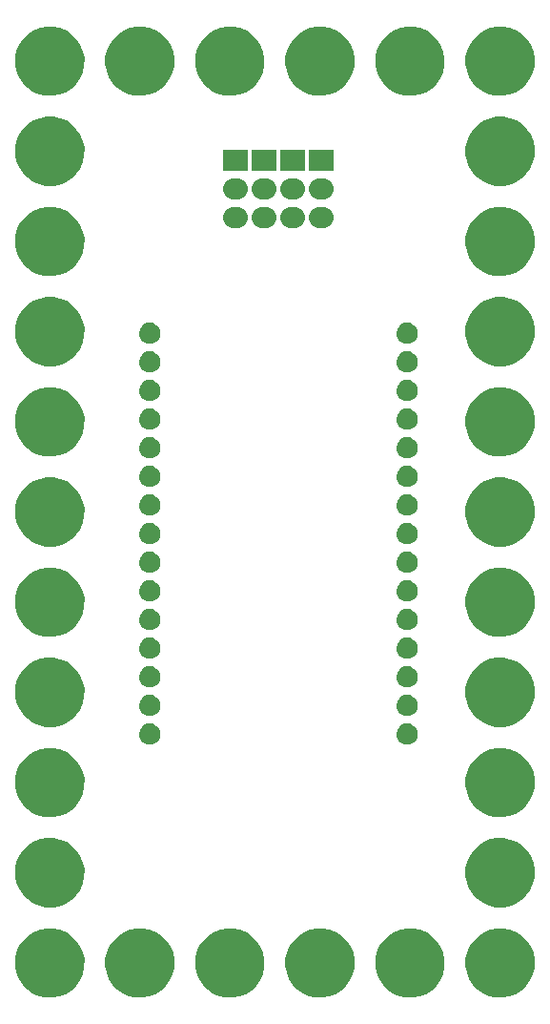
<source format=gbs>
%TF.GenerationSoftware,KiCad,Pcbnew,4.0.7-e2-6376~58~ubuntu16.04.1*%
%TF.CreationDate,2018-07-18T10:10:47-07:00*%
%TF.ProjectId,6x11-NodeMCU-V2-Breakout,367831312D4E6F64654D43552D56322D,1.0*%
%TF.FileFunction,Soldermask,Bot*%
%FSLAX46Y46*%
G04 Gerber Fmt 4.6, Leading zero omitted, Abs format (unit mm)*
G04 Created by KiCad (PCBNEW 4.0.7-e2-6376~58~ubuntu16.04.1) date Wed Jul 18 10:10:47 2018*
%MOMM*%
%LPD*%
G01*
G04 APERTURE LIST*
%ADD10C,0.350000*%
G04 APERTURE END LIST*
D10*
G36*
X42264510Y-102427447D02*
X42855455Y-102548751D01*
X43411598Y-102782532D01*
X43911734Y-103119878D01*
X44336821Y-103547943D01*
X44670666Y-104050421D01*
X44900556Y-104608176D01*
X45017664Y-105199614D01*
X45017664Y-105199624D01*
X45017731Y-105199963D01*
X45008110Y-105889016D01*
X45008033Y-105889354D01*
X45008033Y-105889362D01*
X44874457Y-106477301D01*
X44629085Y-107028416D01*
X44281337Y-107521378D01*
X43844462Y-107937409D01*
X43335100Y-108260661D01*
X42772654Y-108478819D01*
X42178547Y-108583576D01*
X41575403Y-108570942D01*
X40986200Y-108441397D01*
X40433382Y-108199877D01*
X39938007Y-107855582D01*
X39518937Y-107421623D01*
X39192138Y-106914530D01*
X38970056Y-106353614D01*
X38861155Y-105760258D01*
X38869577Y-105157041D01*
X38995006Y-104566947D01*
X39232659Y-104012458D01*
X39573491Y-103514688D01*
X40004512Y-103092600D01*
X40509313Y-102762268D01*
X41068659Y-102536277D01*
X41661245Y-102423236D01*
X42264510Y-102427447D01*
X42264510Y-102427447D01*
G37*
G36*
X50264510Y-102427447D02*
X50855455Y-102548751D01*
X51411598Y-102782532D01*
X51911734Y-103119878D01*
X52336821Y-103547943D01*
X52670666Y-104050421D01*
X52900556Y-104608176D01*
X53017664Y-105199614D01*
X53017664Y-105199624D01*
X53017731Y-105199963D01*
X53008110Y-105889016D01*
X53008033Y-105889354D01*
X53008033Y-105889362D01*
X52874457Y-106477301D01*
X52629085Y-107028416D01*
X52281337Y-107521378D01*
X51844462Y-107937409D01*
X51335100Y-108260661D01*
X50772654Y-108478819D01*
X50178547Y-108583576D01*
X49575403Y-108570942D01*
X48986200Y-108441397D01*
X48433382Y-108199877D01*
X47938007Y-107855582D01*
X47518937Y-107421623D01*
X47192138Y-106914530D01*
X46970056Y-106353614D01*
X46861155Y-105760258D01*
X46869577Y-105157041D01*
X46995006Y-104566947D01*
X47232659Y-104012458D01*
X47573491Y-103514688D01*
X48004512Y-103092600D01*
X48509313Y-102762268D01*
X49068659Y-102536277D01*
X49661245Y-102423236D01*
X50264510Y-102427447D01*
X50264510Y-102427447D01*
G37*
G36*
X66264510Y-102427447D02*
X66855455Y-102548751D01*
X67411598Y-102782532D01*
X67911734Y-103119878D01*
X68336821Y-103547943D01*
X68670666Y-104050421D01*
X68900556Y-104608176D01*
X69017664Y-105199614D01*
X69017664Y-105199624D01*
X69017731Y-105199963D01*
X69008110Y-105889016D01*
X69008033Y-105889354D01*
X69008033Y-105889362D01*
X68874457Y-106477301D01*
X68629085Y-107028416D01*
X68281337Y-107521378D01*
X67844462Y-107937409D01*
X67335100Y-108260661D01*
X66772654Y-108478819D01*
X66178547Y-108583576D01*
X65575403Y-108570942D01*
X64986200Y-108441397D01*
X64433382Y-108199877D01*
X63938007Y-107855582D01*
X63518937Y-107421623D01*
X63192138Y-106914530D01*
X62970056Y-106353614D01*
X62861155Y-105760258D01*
X62869577Y-105157041D01*
X62995006Y-104566947D01*
X63232659Y-104012458D01*
X63573491Y-103514688D01*
X64004512Y-103092600D01*
X64509313Y-102762268D01*
X65068659Y-102536277D01*
X65661245Y-102423236D01*
X66264510Y-102427447D01*
X66264510Y-102427447D01*
G37*
G36*
X58264510Y-102427447D02*
X58855455Y-102548751D01*
X59411598Y-102782532D01*
X59911734Y-103119878D01*
X60336821Y-103547943D01*
X60670666Y-104050421D01*
X60900556Y-104608176D01*
X61017664Y-105199614D01*
X61017664Y-105199624D01*
X61017731Y-105199963D01*
X61008110Y-105889016D01*
X61008033Y-105889354D01*
X61008033Y-105889362D01*
X60874457Y-106477301D01*
X60629085Y-107028416D01*
X60281337Y-107521378D01*
X59844462Y-107937409D01*
X59335100Y-108260661D01*
X58772654Y-108478819D01*
X58178547Y-108583576D01*
X57575403Y-108570942D01*
X56986200Y-108441397D01*
X56433382Y-108199877D01*
X55938007Y-107855582D01*
X55518937Y-107421623D01*
X55192138Y-106914530D01*
X54970056Y-106353614D01*
X54861155Y-105760258D01*
X54869577Y-105157041D01*
X54995006Y-104566947D01*
X55232659Y-104012458D01*
X55573491Y-103514688D01*
X56004512Y-103092600D01*
X56509313Y-102762268D01*
X57068659Y-102536277D01*
X57661245Y-102423236D01*
X58264510Y-102427447D01*
X58264510Y-102427447D01*
G37*
G36*
X82263510Y-102427447D02*
X82854455Y-102548751D01*
X83410598Y-102782532D01*
X83910734Y-103119878D01*
X84335821Y-103547943D01*
X84669666Y-104050421D01*
X84899556Y-104608176D01*
X85016664Y-105199614D01*
X85016664Y-105199624D01*
X85016731Y-105199963D01*
X85007110Y-105889016D01*
X85007033Y-105889354D01*
X85007033Y-105889362D01*
X84873457Y-106477301D01*
X84628085Y-107028416D01*
X84280337Y-107521378D01*
X83843462Y-107937409D01*
X83334100Y-108260661D01*
X82771654Y-108478819D01*
X82177547Y-108583576D01*
X81574403Y-108570942D01*
X80985200Y-108441397D01*
X80432382Y-108199877D01*
X79937007Y-107855582D01*
X79517937Y-107421623D01*
X79191138Y-106914530D01*
X78969056Y-106353614D01*
X78860155Y-105760258D01*
X78868577Y-105157041D01*
X78994006Y-104566947D01*
X79231659Y-104012458D01*
X79572491Y-103514688D01*
X80003512Y-103092600D01*
X80508313Y-102762268D01*
X81067659Y-102536277D01*
X81660245Y-102423236D01*
X82263510Y-102427447D01*
X82263510Y-102427447D01*
G37*
G36*
X74264510Y-102427447D02*
X74855455Y-102548751D01*
X75411598Y-102782532D01*
X75911734Y-103119878D01*
X76336821Y-103547943D01*
X76670666Y-104050421D01*
X76900556Y-104608176D01*
X77017664Y-105199614D01*
X77017664Y-105199624D01*
X77017731Y-105199963D01*
X77008110Y-105889016D01*
X77008033Y-105889354D01*
X77008033Y-105889362D01*
X76874457Y-106477301D01*
X76629085Y-107028416D01*
X76281337Y-107521378D01*
X75844462Y-107937409D01*
X75335100Y-108260661D01*
X74772654Y-108478819D01*
X74178547Y-108583576D01*
X73575403Y-108570942D01*
X72986200Y-108441397D01*
X72433382Y-108199877D01*
X71938007Y-107855582D01*
X71518937Y-107421623D01*
X71192138Y-106914530D01*
X70970056Y-106353614D01*
X70861155Y-105760258D01*
X70869577Y-105157041D01*
X70995006Y-104566947D01*
X71232659Y-104012458D01*
X71573491Y-103514688D01*
X72004512Y-103092600D01*
X72509313Y-102762268D01*
X73068659Y-102536277D01*
X73661245Y-102423236D01*
X74264510Y-102427447D01*
X74264510Y-102427447D01*
G37*
G36*
X42264510Y-94427447D02*
X42855455Y-94548751D01*
X43411598Y-94782532D01*
X43911734Y-95119878D01*
X44336821Y-95547943D01*
X44670666Y-96050421D01*
X44900556Y-96608176D01*
X45017664Y-97199614D01*
X45017664Y-97199624D01*
X45017731Y-97199963D01*
X45008110Y-97889016D01*
X45008033Y-97889354D01*
X45008033Y-97889362D01*
X44874457Y-98477301D01*
X44629085Y-99028416D01*
X44281337Y-99521378D01*
X43844462Y-99937409D01*
X43335100Y-100260661D01*
X42772654Y-100478819D01*
X42178547Y-100583576D01*
X41575403Y-100570942D01*
X40986200Y-100441397D01*
X40433382Y-100199877D01*
X39938007Y-99855582D01*
X39518937Y-99421623D01*
X39192138Y-98914530D01*
X38970056Y-98353614D01*
X38861155Y-97760258D01*
X38869577Y-97157041D01*
X38995006Y-96566947D01*
X39232659Y-96012458D01*
X39573491Y-95514688D01*
X40004512Y-95092600D01*
X40509313Y-94762268D01*
X41068659Y-94536277D01*
X41661245Y-94423236D01*
X42264510Y-94427447D01*
X42264510Y-94427447D01*
G37*
G36*
X82264510Y-94427447D02*
X82855455Y-94548751D01*
X83411598Y-94782532D01*
X83911734Y-95119878D01*
X84336821Y-95547943D01*
X84670666Y-96050421D01*
X84900556Y-96608176D01*
X85017664Y-97199614D01*
X85017664Y-97199624D01*
X85017731Y-97199963D01*
X85008110Y-97889016D01*
X85008033Y-97889354D01*
X85008033Y-97889362D01*
X84874457Y-98477301D01*
X84629085Y-99028416D01*
X84281337Y-99521378D01*
X83844462Y-99937409D01*
X83335100Y-100260661D01*
X82772654Y-100478819D01*
X82178547Y-100583576D01*
X81575403Y-100570942D01*
X80986200Y-100441397D01*
X80433382Y-100199877D01*
X79938007Y-99855582D01*
X79518937Y-99421623D01*
X79192138Y-98914530D01*
X78970056Y-98353614D01*
X78861155Y-97760258D01*
X78869577Y-97157041D01*
X78995006Y-96566947D01*
X79232659Y-96012458D01*
X79573491Y-95514688D01*
X80004512Y-95092600D01*
X80509313Y-94762268D01*
X81068659Y-94536277D01*
X81661245Y-94423236D01*
X82264510Y-94427447D01*
X82264510Y-94427447D01*
G37*
G36*
X42264510Y-86427447D02*
X42855455Y-86548751D01*
X43411598Y-86782532D01*
X43911734Y-87119878D01*
X44336821Y-87547943D01*
X44670666Y-88050421D01*
X44900556Y-88608176D01*
X45017664Y-89199614D01*
X45017664Y-89199624D01*
X45017731Y-89199963D01*
X45008110Y-89889016D01*
X45008033Y-89889354D01*
X45008033Y-89889362D01*
X44874457Y-90477301D01*
X44629085Y-91028416D01*
X44281337Y-91521378D01*
X43844462Y-91937409D01*
X43335100Y-92260661D01*
X42772654Y-92478819D01*
X42178547Y-92583576D01*
X41575403Y-92570942D01*
X40986200Y-92441397D01*
X40433382Y-92199877D01*
X39938007Y-91855582D01*
X39518937Y-91421623D01*
X39192138Y-90914530D01*
X38970056Y-90353614D01*
X38861155Y-89760258D01*
X38869577Y-89157041D01*
X38995006Y-88566947D01*
X39232659Y-88012458D01*
X39573491Y-87514688D01*
X40004512Y-87092600D01*
X40509313Y-86762268D01*
X41068659Y-86536277D01*
X41661245Y-86423236D01*
X42264510Y-86427447D01*
X42264510Y-86427447D01*
G37*
G36*
X82264510Y-86427447D02*
X82855455Y-86548751D01*
X83411598Y-86782532D01*
X83911734Y-87119878D01*
X84336821Y-87547943D01*
X84670666Y-88050421D01*
X84900556Y-88608176D01*
X85017664Y-89199614D01*
X85017664Y-89199624D01*
X85017731Y-89199963D01*
X85008110Y-89889016D01*
X85008033Y-89889354D01*
X85008033Y-89889362D01*
X84874457Y-90477301D01*
X84629085Y-91028416D01*
X84281337Y-91521378D01*
X83844462Y-91937409D01*
X83335100Y-92260661D01*
X82772654Y-92478819D01*
X82178547Y-92583576D01*
X81575403Y-92570942D01*
X80986200Y-92441397D01*
X80433382Y-92199877D01*
X79938007Y-91855582D01*
X79518937Y-91421623D01*
X79192138Y-90914530D01*
X78970056Y-90353614D01*
X78861155Y-89760258D01*
X78869577Y-89157041D01*
X78995006Y-88566947D01*
X79232659Y-88012458D01*
X79573491Y-87514688D01*
X80004512Y-87092600D01*
X80509313Y-86762268D01*
X81068659Y-86536277D01*
X81661245Y-86423236D01*
X82264510Y-86427447D01*
X82264510Y-86427447D01*
G37*
G36*
X50930115Y-84252424D02*
X51110648Y-84289483D01*
X51280558Y-84360906D01*
X51433349Y-84463966D01*
X51563221Y-84594746D01*
X51665210Y-84748253D01*
X51735443Y-84918651D01*
X51771172Y-85099099D01*
X51771172Y-85099104D01*
X51771240Y-85099448D01*
X51768301Y-85309958D01*
X51768224Y-85310296D01*
X51768224Y-85310306D01*
X51727470Y-85489686D01*
X51652508Y-85658052D01*
X51546268Y-85808656D01*
X51412799Y-85935757D01*
X51257184Y-86034514D01*
X51085354Y-86101162D01*
X50903852Y-86133166D01*
X50719586Y-86129306D01*
X50539579Y-86089729D01*
X50370688Y-86015943D01*
X50219350Y-85910760D01*
X50091321Y-85778182D01*
X49991481Y-85623261D01*
X49923632Y-85451893D01*
X49890363Y-85270623D01*
X49892935Y-85086336D01*
X49931256Y-84906056D01*
X50003859Y-84736657D01*
X50107987Y-84584584D01*
X50239666Y-84455633D01*
X50393887Y-84354714D01*
X50564772Y-84285672D01*
X50745809Y-84251138D01*
X50930115Y-84252424D01*
X50930115Y-84252424D01*
G37*
G36*
X73790115Y-84252424D02*
X73970648Y-84289483D01*
X74140558Y-84360906D01*
X74293349Y-84463966D01*
X74423221Y-84594746D01*
X74525210Y-84748253D01*
X74595443Y-84918651D01*
X74631172Y-85099099D01*
X74631172Y-85099104D01*
X74631240Y-85099448D01*
X74628301Y-85309958D01*
X74628224Y-85310296D01*
X74628224Y-85310306D01*
X74587470Y-85489686D01*
X74512508Y-85658052D01*
X74406268Y-85808656D01*
X74272799Y-85935757D01*
X74117184Y-86034514D01*
X73945354Y-86101162D01*
X73763852Y-86133166D01*
X73579586Y-86129306D01*
X73399579Y-86089729D01*
X73230688Y-86015943D01*
X73079350Y-85910760D01*
X72951321Y-85778182D01*
X72851481Y-85623261D01*
X72783632Y-85451893D01*
X72750363Y-85270623D01*
X72752935Y-85086336D01*
X72791256Y-84906056D01*
X72863859Y-84736657D01*
X72967987Y-84584584D01*
X73099666Y-84455633D01*
X73253887Y-84354714D01*
X73424772Y-84285672D01*
X73605809Y-84251138D01*
X73790115Y-84252424D01*
X73790115Y-84252424D01*
G37*
G36*
X82264510Y-78427447D02*
X82855455Y-78548751D01*
X83411598Y-78782532D01*
X83911734Y-79119878D01*
X84336821Y-79547943D01*
X84670666Y-80050421D01*
X84900556Y-80608176D01*
X85017664Y-81199614D01*
X85017664Y-81199624D01*
X85017731Y-81199963D01*
X85008110Y-81889016D01*
X85008033Y-81889354D01*
X85008033Y-81889362D01*
X84874457Y-82477301D01*
X84629085Y-83028416D01*
X84281337Y-83521378D01*
X83844462Y-83937409D01*
X83335100Y-84260661D01*
X82772654Y-84478819D01*
X82178547Y-84583576D01*
X81575403Y-84570942D01*
X80986200Y-84441397D01*
X80433382Y-84199877D01*
X79938007Y-83855582D01*
X79518937Y-83421623D01*
X79192138Y-82914530D01*
X78970056Y-82353614D01*
X78861155Y-81760258D01*
X78869577Y-81157041D01*
X78995006Y-80566947D01*
X79232659Y-80012458D01*
X79573491Y-79514688D01*
X80004512Y-79092600D01*
X80509313Y-78762268D01*
X81068659Y-78536277D01*
X81661245Y-78423236D01*
X82264510Y-78427447D01*
X82264510Y-78427447D01*
G37*
G36*
X42264510Y-78427447D02*
X42855455Y-78548751D01*
X43411598Y-78782532D01*
X43911734Y-79119878D01*
X44336821Y-79547943D01*
X44670666Y-80050421D01*
X44900556Y-80608176D01*
X45017664Y-81199614D01*
X45017664Y-81199624D01*
X45017731Y-81199963D01*
X45008110Y-81889016D01*
X45008033Y-81889354D01*
X45008033Y-81889362D01*
X44874457Y-82477301D01*
X44629085Y-83028416D01*
X44281337Y-83521378D01*
X43844462Y-83937409D01*
X43335100Y-84260661D01*
X42772654Y-84478819D01*
X42178547Y-84583576D01*
X41575403Y-84570942D01*
X40986200Y-84441397D01*
X40433382Y-84199877D01*
X39938007Y-83855582D01*
X39518937Y-83421623D01*
X39192138Y-82914530D01*
X38970056Y-82353614D01*
X38861155Y-81760258D01*
X38869577Y-81157041D01*
X38995006Y-80566947D01*
X39232659Y-80012458D01*
X39573491Y-79514688D01*
X40004512Y-79092600D01*
X40509313Y-78762268D01*
X41068659Y-78536277D01*
X41661245Y-78423236D01*
X42264510Y-78427447D01*
X42264510Y-78427447D01*
G37*
G36*
X50930115Y-81712424D02*
X51110648Y-81749483D01*
X51280558Y-81820906D01*
X51433349Y-81923966D01*
X51563221Y-82054746D01*
X51665210Y-82208253D01*
X51735443Y-82378651D01*
X51771172Y-82559099D01*
X51771172Y-82559104D01*
X51771240Y-82559448D01*
X51768301Y-82769958D01*
X51768224Y-82770296D01*
X51768224Y-82770306D01*
X51727470Y-82949686D01*
X51652508Y-83118052D01*
X51546268Y-83268656D01*
X51412799Y-83395757D01*
X51257184Y-83494514D01*
X51085354Y-83561162D01*
X50903852Y-83593166D01*
X50719586Y-83589306D01*
X50539579Y-83549729D01*
X50370688Y-83475943D01*
X50219350Y-83370760D01*
X50091321Y-83238182D01*
X49991481Y-83083261D01*
X49923632Y-82911893D01*
X49890363Y-82730623D01*
X49892935Y-82546336D01*
X49931256Y-82366056D01*
X50003859Y-82196657D01*
X50107987Y-82044584D01*
X50239666Y-81915633D01*
X50393887Y-81814714D01*
X50564772Y-81745672D01*
X50745809Y-81711138D01*
X50930115Y-81712424D01*
X50930115Y-81712424D01*
G37*
G36*
X73790115Y-81712424D02*
X73970648Y-81749483D01*
X74140558Y-81820906D01*
X74293349Y-81923966D01*
X74423221Y-82054746D01*
X74525210Y-82208253D01*
X74595443Y-82378651D01*
X74631172Y-82559099D01*
X74631172Y-82559104D01*
X74631240Y-82559448D01*
X74628301Y-82769958D01*
X74628224Y-82770296D01*
X74628224Y-82770306D01*
X74587470Y-82949686D01*
X74512508Y-83118052D01*
X74406268Y-83268656D01*
X74272799Y-83395757D01*
X74117184Y-83494514D01*
X73945354Y-83561162D01*
X73763852Y-83593166D01*
X73579586Y-83589306D01*
X73399579Y-83549729D01*
X73230688Y-83475943D01*
X73079350Y-83370760D01*
X72951321Y-83238182D01*
X72851481Y-83083261D01*
X72783632Y-82911893D01*
X72750363Y-82730623D01*
X72752935Y-82546336D01*
X72791256Y-82366056D01*
X72863859Y-82196657D01*
X72967987Y-82044584D01*
X73099666Y-81915633D01*
X73253887Y-81814714D01*
X73424772Y-81745672D01*
X73605809Y-81711138D01*
X73790115Y-81712424D01*
X73790115Y-81712424D01*
G37*
G36*
X50930115Y-79172424D02*
X51110648Y-79209483D01*
X51280558Y-79280906D01*
X51433349Y-79383966D01*
X51563221Y-79514746D01*
X51665210Y-79668253D01*
X51735443Y-79838651D01*
X51771172Y-80019099D01*
X51771172Y-80019104D01*
X51771240Y-80019448D01*
X51768301Y-80229958D01*
X51768224Y-80230296D01*
X51768224Y-80230306D01*
X51727470Y-80409686D01*
X51652508Y-80578052D01*
X51546268Y-80728656D01*
X51412799Y-80855757D01*
X51257184Y-80954514D01*
X51085354Y-81021162D01*
X50903852Y-81053166D01*
X50719586Y-81049306D01*
X50539579Y-81009729D01*
X50370688Y-80935943D01*
X50219350Y-80830760D01*
X50091321Y-80698182D01*
X49991481Y-80543261D01*
X49923632Y-80371893D01*
X49890363Y-80190623D01*
X49892935Y-80006336D01*
X49931256Y-79826056D01*
X50003859Y-79656657D01*
X50107987Y-79504584D01*
X50239666Y-79375633D01*
X50393887Y-79274714D01*
X50564772Y-79205672D01*
X50745809Y-79171138D01*
X50930115Y-79172424D01*
X50930115Y-79172424D01*
G37*
G36*
X73790115Y-79172424D02*
X73970648Y-79209483D01*
X74140558Y-79280906D01*
X74293349Y-79383966D01*
X74423221Y-79514746D01*
X74525210Y-79668253D01*
X74595443Y-79838651D01*
X74631172Y-80019099D01*
X74631172Y-80019104D01*
X74631240Y-80019448D01*
X74628301Y-80229958D01*
X74628224Y-80230296D01*
X74628224Y-80230306D01*
X74587470Y-80409686D01*
X74512508Y-80578052D01*
X74406268Y-80728656D01*
X74272799Y-80855757D01*
X74117184Y-80954514D01*
X73945354Y-81021162D01*
X73763852Y-81053166D01*
X73579586Y-81049306D01*
X73399579Y-81009729D01*
X73230688Y-80935943D01*
X73079350Y-80830760D01*
X72951321Y-80698182D01*
X72851481Y-80543261D01*
X72783632Y-80371893D01*
X72750363Y-80190623D01*
X72752935Y-80006336D01*
X72791256Y-79826056D01*
X72863859Y-79656657D01*
X72967987Y-79504584D01*
X73099666Y-79375633D01*
X73253887Y-79274714D01*
X73424772Y-79205672D01*
X73605809Y-79171138D01*
X73790115Y-79172424D01*
X73790115Y-79172424D01*
G37*
G36*
X50930115Y-76632424D02*
X51110648Y-76669483D01*
X51280558Y-76740906D01*
X51433349Y-76843966D01*
X51563221Y-76974746D01*
X51665210Y-77128253D01*
X51735443Y-77298651D01*
X51771172Y-77479099D01*
X51771172Y-77479104D01*
X51771240Y-77479448D01*
X51768301Y-77689958D01*
X51768224Y-77690296D01*
X51768224Y-77690306D01*
X51727470Y-77869686D01*
X51652508Y-78038052D01*
X51546268Y-78188656D01*
X51412799Y-78315757D01*
X51257184Y-78414514D01*
X51085354Y-78481162D01*
X50903852Y-78513166D01*
X50719586Y-78509306D01*
X50539579Y-78469729D01*
X50370688Y-78395943D01*
X50219350Y-78290760D01*
X50091321Y-78158182D01*
X49991481Y-78003261D01*
X49923632Y-77831893D01*
X49890363Y-77650623D01*
X49892935Y-77466336D01*
X49931256Y-77286056D01*
X50003859Y-77116657D01*
X50107987Y-76964584D01*
X50239666Y-76835633D01*
X50393887Y-76734714D01*
X50564772Y-76665672D01*
X50745809Y-76631138D01*
X50930115Y-76632424D01*
X50930115Y-76632424D01*
G37*
G36*
X73790115Y-76632424D02*
X73970648Y-76669483D01*
X74140558Y-76740906D01*
X74293349Y-76843966D01*
X74423221Y-76974746D01*
X74525210Y-77128253D01*
X74595443Y-77298651D01*
X74631172Y-77479099D01*
X74631172Y-77479104D01*
X74631240Y-77479448D01*
X74628301Y-77689958D01*
X74628224Y-77690296D01*
X74628224Y-77690306D01*
X74587470Y-77869686D01*
X74512508Y-78038052D01*
X74406268Y-78188656D01*
X74272799Y-78315757D01*
X74117184Y-78414514D01*
X73945354Y-78481162D01*
X73763852Y-78513166D01*
X73579586Y-78509306D01*
X73399579Y-78469729D01*
X73230688Y-78395943D01*
X73079350Y-78290760D01*
X72951321Y-78158182D01*
X72851481Y-78003261D01*
X72783632Y-77831893D01*
X72750363Y-77650623D01*
X72752935Y-77466336D01*
X72791256Y-77286056D01*
X72863859Y-77116657D01*
X72967987Y-76964584D01*
X73099666Y-76835633D01*
X73253887Y-76734714D01*
X73424772Y-76665672D01*
X73605809Y-76631138D01*
X73790115Y-76632424D01*
X73790115Y-76632424D01*
G37*
G36*
X82263510Y-70427447D02*
X82854455Y-70548751D01*
X83410598Y-70782532D01*
X83910734Y-71119878D01*
X84335821Y-71547943D01*
X84669666Y-72050421D01*
X84899556Y-72608176D01*
X85016664Y-73199614D01*
X85016664Y-73199624D01*
X85016731Y-73199963D01*
X85007110Y-73889016D01*
X85007033Y-73889354D01*
X85007033Y-73889362D01*
X84873457Y-74477301D01*
X84628085Y-75028416D01*
X84280337Y-75521378D01*
X83843462Y-75937409D01*
X83334100Y-76260661D01*
X82771654Y-76478819D01*
X82177547Y-76583576D01*
X81574403Y-76570942D01*
X80985200Y-76441397D01*
X80432382Y-76199877D01*
X79937007Y-75855582D01*
X79517937Y-75421623D01*
X79191138Y-74914530D01*
X78969056Y-74353614D01*
X78860155Y-73760258D01*
X78868577Y-73157041D01*
X78994006Y-72566947D01*
X79231659Y-72012458D01*
X79572491Y-71514688D01*
X80003512Y-71092600D01*
X80508313Y-70762268D01*
X81067659Y-70536277D01*
X81660245Y-70423236D01*
X82263510Y-70427447D01*
X82263510Y-70427447D01*
G37*
G36*
X42264510Y-70427447D02*
X42855455Y-70548751D01*
X43411598Y-70782532D01*
X43911734Y-71119878D01*
X44336821Y-71547943D01*
X44670666Y-72050421D01*
X44900556Y-72608176D01*
X45017664Y-73199614D01*
X45017664Y-73199624D01*
X45017731Y-73199963D01*
X45008110Y-73889016D01*
X45008033Y-73889354D01*
X45008033Y-73889362D01*
X44874457Y-74477301D01*
X44629085Y-75028416D01*
X44281337Y-75521378D01*
X43844462Y-75937409D01*
X43335100Y-76260661D01*
X42772654Y-76478819D01*
X42178547Y-76583576D01*
X41575403Y-76570942D01*
X40986200Y-76441397D01*
X40433382Y-76199877D01*
X39938007Y-75855582D01*
X39518937Y-75421623D01*
X39192138Y-74914530D01*
X38970056Y-74353614D01*
X38861155Y-73760258D01*
X38869577Y-73157041D01*
X38995006Y-72566947D01*
X39232659Y-72012458D01*
X39573491Y-71514688D01*
X40004512Y-71092600D01*
X40509313Y-70762268D01*
X41068659Y-70536277D01*
X41661245Y-70423236D01*
X42264510Y-70427447D01*
X42264510Y-70427447D01*
G37*
G36*
X73790115Y-74092424D02*
X73970648Y-74129483D01*
X74140558Y-74200906D01*
X74293349Y-74303966D01*
X74423221Y-74434746D01*
X74525210Y-74588253D01*
X74595443Y-74758651D01*
X74631172Y-74939099D01*
X74631172Y-74939104D01*
X74631240Y-74939448D01*
X74628301Y-75149958D01*
X74628224Y-75150296D01*
X74628224Y-75150306D01*
X74587470Y-75329686D01*
X74512508Y-75498052D01*
X74406268Y-75648656D01*
X74272799Y-75775757D01*
X74117184Y-75874514D01*
X73945354Y-75941162D01*
X73763852Y-75973166D01*
X73579586Y-75969306D01*
X73399579Y-75929729D01*
X73230688Y-75855943D01*
X73079350Y-75750760D01*
X72951321Y-75618182D01*
X72851481Y-75463261D01*
X72783632Y-75291893D01*
X72750363Y-75110623D01*
X72752935Y-74926336D01*
X72791256Y-74746056D01*
X72863859Y-74576657D01*
X72967987Y-74424584D01*
X73099666Y-74295633D01*
X73253887Y-74194714D01*
X73424772Y-74125672D01*
X73605809Y-74091138D01*
X73790115Y-74092424D01*
X73790115Y-74092424D01*
G37*
G36*
X50930115Y-74092424D02*
X51110648Y-74129483D01*
X51280558Y-74200906D01*
X51433349Y-74303966D01*
X51563221Y-74434746D01*
X51665210Y-74588253D01*
X51735443Y-74758651D01*
X51771172Y-74939099D01*
X51771172Y-74939104D01*
X51771240Y-74939448D01*
X51768301Y-75149958D01*
X51768224Y-75150296D01*
X51768224Y-75150306D01*
X51727470Y-75329686D01*
X51652508Y-75498052D01*
X51546268Y-75648656D01*
X51412799Y-75775757D01*
X51257184Y-75874514D01*
X51085354Y-75941162D01*
X50903852Y-75973166D01*
X50719586Y-75969306D01*
X50539579Y-75929729D01*
X50370688Y-75855943D01*
X50219350Y-75750760D01*
X50091321Y-75618182D01*
X49991481Y-75463261D01*
X49923632Y-75291893D01*
X49890363Y-75110623D01*
X49892935Y-74926336D01*
X49931256Y-74746056D01*
X50003859Y-74576657D01*
X50107987Y-74424584D01*
X50239666Y-74295633D01*
X50393887Y-74194714D01*
X50564772Y-74125672D01*
X50745809Y-74091138D01*
X50930115Y-74092424D01*
X50930115Y-74092424D01*
G37*
G36*
X73790115Y-71552424D02*
X73970648Y-71589483D01*
X74140558Y-71660906D01*
X74293349Y-71763966D01*
X74423221Y-71894746D01*
X74525210Y-72048253D01*
X74595443Y-72218651D01*
X74631172Y-72399099D01*
X74631172Y-72399104D01*
X74631240Y-72399448D01*
X74628301Y-72609958D01*
X74628224Y-72610296D01*
X74628224Y-72610306D01*
X74587470Y-72789686D01*
X74512508Y-72958052D01*
X74406268Y-73108656D01*
X74272799Y-73235757D01*
X74117184Y-73334514D01*
X73945354Y-73401162D01*
X73763852Y-73433166D01*
X73579586Y-73429306D01*
X73399579Y-73389729D01*
X73230688Y-73315943D01*
X73079350Y-73210760D01*
X72951321Y-73078182D01*
X72851481Y-72923261D01*
X72783632Y-72751893D01*
X72750363Y-72570623D01*
X72752935Y-72386336D01*
X72791256Y-72206056D01*
X72863859Y-72036657D01*
X72967987Y-71884584D01*
X73099666Y-71755633D01*
X73253887Y-71654714D01*
X73424772Y-71585672D01*
X73605809Y-71551138D01*
X73790115Y-71552424D01*
X73790115Y-71552424D01*
G37*
G36*
X50930115Y-71552424D02*
X51110648Y-71589483D01*
X51280558Y-71660906D01*
X51433349Y-71763966D01*
X51563221Y-71894746D01*
X51665210Y-72048253D01*
X51735443Y-72218651D01*
X51771172Y-72399099D01*
X51771172Y-72399104D01*
X51771240Y-72399448D01*
X51768301Y-72609958D01*
X51768224Y-72610296D01*
X51768224Y-72610306D01*
X51727470Y-72789686D01*
X51652508Y-72958052D01*
X51546268Y-73108656D01*
X51412799Y-73235757D01*
X51257184Y-73334514D01*
X51085354Y-73401162D01*
X50903852Y-73433166D01*
X50719586Y-73429306D01*
X50539579Y-73389729D01*
X50370688Y-73315943D01*
X50219350Y-73210760D01*
X50091321Y-73078182D01*
X49991481Y-72923261D01*
X49923632Y-72751893D01*
X49890363Y-72570623D01*
X49892935Y-72386336D01*
X49931256Y-72206056D01*
X50003859Y-72036657D01*
X50107987Y-71884584D01*
X50239666Y-71755633D01*
X50393887Y-71654714D01*
X50564772Y-71585672D01*
X50745809Y-71551138D01*
X50930115Y-71552424D01*
X50930115Y-71552424D01*
G37*
G36*
X50930115Y-69012424D02*
X51110648Y-69049483D01*
X51280558Y-69120906D01*
X51433349Y-69223966D01*
X51563221Y-69354746D01*
X51665210Y-69508253D01*
X51735443Y-69678651D01*
X51771172Y-69859099D01*
X51771172Y-69859104D01*
X51771240Y-69859448D01*
X51768301Y-70069958D01*
X51768224Y-70070296D01*
X51768224Y-70070306D01*
X51727470Y-70249686D01*
X51652508Y-70418052D01*
X51546268Y-70568656D01*
X51412799Y-70695757D01*
X51257184Y-70794514D01*
X51085354Y-70861162D01*
X50903852Y-70893166D01*
X50719586Y-70889306D01*
X50539579Y-70849729D01*
X50370688Y-70775943D01*
X50219350Y-70670760D01*
X50091321Y-70538182D01*
X49991481Y-70383261D01*
X49923632Y-70211893D01*
X49890363Y-70030623D01*
X49892935Y-69846336D01*
X49931256Y-69666056D01*
X50003859Y-69496657D01*
X50107987Y-69344584D01*
X50239666Y-69215633D01*
X50393887Y-69114714D01*
X50564772Y-69045672D01*
X50745809Y-69011138D01*
X50930115Y-69012424D01*
X50930115Y-69012424D01*
G37*
G36*
X73790115Y-69012424D02*
X73970648Y-69049483D01*
X74140558Y-69120906D01*
X74293349Y-69223966D01*
X74423221Y-69354746D01*
X74525210Y-69508253D01*
X74595443Y-69678651D01*
X74631172Y-69859099D01*
X74631172Y-69859104D01*
X74631240Y-69859448D01*
X74628301Y-70069958D01*
X74628224Y-70070296D01*
X74628224Y-70070306D01*
X74587470Y-70249686D01*
X74512508Y-70418052D01*
X74406268Y-70568656D01*
X74272799Y-70695757D01*
X74117184Y-70794514D01*
X73945354Y-70861162D01*
X73763852Y-70893166D01*
X73579586Y-70889306D01*
X73399579Y-70849729D01*
X73230688Y-70775943D01*
X73079350Y-70670760D01*
X72951321Y-70538182D01*
X72851481Y-70383261D01*
X72783632Y-70211893D01*
X72750363Y-70030623D01*
X72752935Y-69846336D01*
X72791256Y-69666056D01*
X72863859Y-69496657D01*
X72967987Y-69344584D01*
X73099666Y-69215633D01*
X73253887Y-69114714D01*
X73424772Y-69045672D01*
X73605809Y-69011138D01*
X73790115Y-69012424D01*
X73790115Y-69012424D01*
G37*
G36*
X42264510Y-62427447D02*
X42855455Y-62548751D01*
X43411598Y-62782532D01*
X43911734Y-63119878D01*
X44336821Y-63547943D01*
X44670666Y-64050421D01*
X44900556Y-64608176D01*
X45017664Y-65199614D01*
X45017664Y-65199624D01*
X45017731Y-65199963D01*
X45008110Y-65889016D01*
X45008033Y-65889354D01*
X45008033Y-65889362D01*
X44874457Y-66477301D01*
X44629085Y-67028416D01*
X44281337Y-67521378D01*
X43844462Y-67937409D01*
X43335100Y-68260661D01*
X42772654Y-68478819D01*
X42178547Y-68583576D01*
X41575403Y-68570942D01*
X40986200Y-68441397D01*
X40433382Y-68199877D01*
X39938007Y-67855582D01*
X39518937Y-67421623D01*
X39192138Y-66914530D01*
X38970056Y-66353614D01*
X38861155Y-65760258D01*
X38869577Y-65157041D01*
X38995006Y-64566947D01*
X39232659Y-64012458D01*
X39573491Y-63514688D01*
X40004512Y-63092600D01*
X40509313Y-62762268D01*
X41068659Y-62536277D01*
X41661245Y-62423236D01*
X42264510Y-62427447D01*
X42264510Y-62427447D01*
G37*
G36*
X82264510Y-62427447D02*
X82855455Y-62548751D01*
X83411598Y-62782532D01*
X83911734Y-63119878D01*
X84336821Y-63547943D01*
X84670666Y-64050421D01*
X84900556Y-64608176D01*
X85017664Y-65199614D01*
X85017664Y-65199624D01*
X85017731Y-65199963D01*
X85008110Y-65889016D01*
X85008033Y-65889354D01*
X85008033Y-65889362D01*
X84874457Y-66477301D01*
X84629085Y-67028416D01*
X84281337Y-67521378D01*
X83844462Y-67937409D01*
X83335100Y-68260661D01*
X82772654Y-68478819D01*
X82178547Y-68583576D01*
X81575403Y-68570942D01*
X80986200Y-68441397D01*
X80433382Y-68199877D01*
X79938007Y-67855582D01*
X79518937Y-67421623D01*
X79192138Y-66914530D01*
X78970056Y-66353614D01*
X78861155Y-65760258D01*
X78869577Y-65157041D01*
X78995006Y-64566947D01*
X79232659Y-64012458D01*
X79573491Y-63514688D01*
X80004512Y-63092600D01*
X80509313Y-62762268D01*
X81068659Y-62536277D01*
X81661245Y-62423236D01*
X82264510Y-62427447D01*
X82264510Y-62427447D01*
G37*
G36*
X50930115Y-66472424D02*
X51110648Y-66509483D01*
X51280558Y-66580906D01*
X51433349Y-66683966D01*
X51563221Y-66814746D01*
X51665210Y-66968253D01*
X51735443Y-67138651D01*
X51771172Y-67319099D01*
X51771172Y-67319104D01*
X51771240Y-67319448D01*
X51768301Y-67529958D01*
X51768224Y-67530296D01*
X51768224Y-67530306D01*
X51727470Y-67709686D01*
X51652508Y-67878052D01*
X51546268Y-68028656D01*
X51412799Y-68155757D01*
X51257184Y-68254514D01*
X51085354Y-68321162D01*
X50903852Y-68353166D01*
X50719586Y-68349306D01*
X50539579Y-68309729D01*
X50370688Y-68235943D01*
X50219350Y-68130760D01*
X50091321Y-67998182D01*
X49991481Y-67843261D01*
X49923632Y-67671893D01*
X49890363Y-67490623D01*
X49892935Y-67306336D01*
X49931256Y-67126056D01*
X50003859Y-66956657D01*
X50107987Y-66804584D01*
X50239666Y-66675633D01*
X50393887Y-66574714D01*
X50564772Y-66505672D01*
X50745809Y-66471138D01*
X50930115Y-66472424D01*
X50930115Y-66472424D01*
G37*
G36*
X73790115Y-66472424D02*
X73970648Y-66509483D01*
X74140558Y-66580906D01*
X74293349Y-66683966D01*
X74423221Y-66814746D01*
X74525210Y-66968253D01*
X74595443Y-67138651D01*
X74631172Y-67319099D01*
X74631172Y-67319104D01*
X74631240Y-67319448D01*
X74628301Y-67529958D01*
X74628224Y-67530296D01*
X74628224Y-67530306D01*
X74587470Y-67709686D01*
X74512508Y-67878052D01*
X74406268Y-68028656D01*
X74272799Y-68155757D01*
X74117184Y-68254514D01*
X73945354Y-68321162D01*
X73763852Y-68353166D01*
X73579586Y-68349306D01*
X73399579Y-68309729D01*
X73230688Y-68235943D01*
X73079350Y-68130760D01*
X72951321Y-67998182D01*
X72851481Y-67843261D01*
X72783632Y-67671893D01*
X72750363Y-67490623D01*
X72752935Y-67306336D01*
X72791256Y-67126056D01*
X72863859Y-66956657D01*
X72967987Y-66804584D01*
X73099666Y-66675633D01*
X73253887Y-66574714D01*
X73424772Y-66505672D01*
X73605809Y-66471138D01*
X73790115Y-66472424D01*
X73790115Y-66472424D01*
G37*
G36*
X73790115Y-63932424D02*
X73970648Y-63969483D01*
X74140558Y-64040906D01*
X74293349Y-64143966D01*
X74423221Y-64274746D01*
X74525210Y-64428253D01*
X74595443Y-64598651D01*
X74631172Y-64779099D01*
X74631172Y-64779104D01*
X74631240Y-64779448D01*
X74628301Y-64989958D01*
X74628224Y-64990296D01*
X74628224Y-64990306D01*
X74587470Y-65169686D01*
X74512508Y-65338052D01*
X74406268Y-65488656D01*
X74272799Y-65615757D01*
X74117184Y-65714514D01*
X73945354Y-65781162D01*
X73763852Y-65813166D01*
X73579586Y-65809306D01*
X73399579Y-65769729D01*
X73230688Y-65695943D01*
X73079350Y-65590760D01*
X72951321Y-65458182D01*
X72851481Y-65303261D01*
X72783632Y-65131893D01*
X72750363Y-64950623D01*
X72752935Y-64766336D01*
X72791256Y-64586056D01*
X72863859Y-64416657D01*
X72967987Y-64264584D01*
X73099666Y-64135633D01*
X73253887Y-64034714D01*
X73424772Y-63965672D01*
X73605809Y-63931138D01*
X73790115Y-63932424D01*
X73790115Y-63932424D01*
G37*
G36*
X50930115Y-63932424D02*
X51110648Y-63969483D01*
X51280558Y-64040906D01*
X51433349Y-64143966D01*
X51563221Y-64274746D01*
X51665210Y-64428253D01*
X51735443Y-64598651D01*
X51771172Y-64779099D01*
X51771172Y-64779104D01*
X51771240Y-64779448D01*
X51768301Y-64989958D01*
X51768224Y-64990296D01*
X51768224Y-64990306D01*
X51727470Y-65169686D01*
X51652508Y-65338052D01*
X51546268Y-65488656D01*
X51412799Y-65615757D01*
X51257184Y-65714514D01*
X51085354Y-65781162D01*
X50903852Y-65813166D01*
X50719586Y-65809306D01*
X50539579Y-65769729D01*
X50370688Y-65695943D01*
X50219350Y-65590760D01*
X50091321Y-65458182D01*
X49991481Y-65303261D01*
X49923632Y-65131893D01*
X49890363Y-64950623D01*
X49892935Y-64766336D01*
X49931256Y-64586056D01*
X50003859Y-64416657D01*
X50107987Y-64264584D01*
X50239666Y-64135633D01*
X50393887Y-64034714D01*
X50564772Y-63965672D01*
X50745809Y-63931138D01*
X50930115Y-63932424D01*
X50930115Y-63932424D01*
G37*
G36*
X73790115Y-61392424D02*
X73970648Y-61429483D01*
X74140558Y-61500906D01*
X74293349Y-61603966D01*
X74423221Y-61734746D01*
X74525210Y-61888253D01*
X74595443Y-62058651D01*
X74631172Y-62239099D01*
X74631172Y-62239104D01*
X74631240Y-62239448D01*
X74628301Y-62449958D01*
X74628224Y-62450296D01*
X74628224Y-62450306D01*
X74587470Y-62629686D01*
X74512508Y-62798052D01*
X74406268Y-62948656D01*
X74272799Y-63075757D01*
X74117184Y-63174514D01*
X73945354Y-63241162D01*
X73763852Y-63273166D01*
X73579586Y-63269306D01*
X73399579Y-63229729D01*
X73230688Y-63155943D01*
X73079350Y-63050760D01*
X72951321Y-62918182D01*
X72851481Y-62763261D01*
X72783632Y-62591893D01*
X72750363Y-62410623D01*
X72752935Y-62226336D01*
X72791256Y-62046056D01*
X72863859Y-61876657D01*
X72967987Y-61724584D01*
X73099666Y-61595633D01*
X73253887Y-61494714D01*
X73424772Y-61425672D01*
X73605809Y-61391138D01*
X73790115Y-61392424D01*
X73790115Y-61392424D01*
G37*
G36*
X50930115Y-61392424D02*
X51110648Y-61429483D01*
X51280558Y-61500906D01*
X51433349Y-61603966D01*
X51563221Y-61734746D01*
X51665210Y-61888253D01*
X51735443Y-62058651D01*
X51771172Y-62239099D01*
X51771172Y-62239104D01*
X51771240Y-62239448D01*
X51768301Y-62449958D01*
X51768224Y-62450296D01*
X51768224Y-62450306D01*
X51727470Y-62629686D01*
X51652508Y-62798052D01*
X51546268Y-62948656D01*
X51412799Y-63075757D01*
X51257184Y-63174514D01*
X51085354Y-63241162D01*
X50903852Y-63273166D01*
X50719586Y-63269306D01*
X50539579Y-63229729D01*
X50370688Y-63155943D01*
X50219350Y-63050760D01*
X50091321Y-62918182D01*
X49991481Y-62763261D01*
X49923632Y-62591893D01*
X49890363Y-62410623D01*
X49892935Y-62226336D01*
X49931256Y-62046056D01*
X50003859Y-61876657D01*
X50107987Y-61724584D01*
X50239666Y-61595633D01*
X50393887Y-61494714D01*
X50564772Y-61425672D01*
X50745809Y-61391138D01*
X50930115Y-61392424D01*
X50930115Y-61392424D01*
G37*
G36*
X50930115Y-58852424D02*
X51110648Y-58889483D01*
X51280558Y-58960906D01*
X51433349Y-59063966D01*
X51563221Y-59194746D01*
X51665210Y-59348253D01*
X51735443Y-59518651D01*
X51771172Y-59699099D01*
X51771172Y-59699104D01*
X51771240Y-59699448D01*
X51768301Y-59909958D01*
X51768224Y-59910296D01*
X51768224Y-59910306D01*
X51727470Y-60089686D01*
X51652508Y-60258052D01*
X51546268Y-60408656D01*
X51412799Y-60535757D01*
X51257184Y-60634514D01*
X51085354Y-60701162D01*
X50903852Y-60733166D01*
X50719586Y-60729306D01*
X50539579Y-60689729D01*
X50370688Y-60615943D01*
X50219350Y-60510760D01*
X50091321Y-60378182D01*
X49991481Y-60223261D01*
X49923632Y-60051893D01*
X49890363Y-59870623D01*
X49892935Y-59686336D01*
X49931256Y-59506056D01*
X50003859Y-59336657D01*
X50107987Y-59184584D01*
X50239666Y-59055633D01*
X50393887Y-58954714D01*
X50564772Y-58885672D01*
X50745809Y-58851138D01*
X50930115Y-58852424D01*
X50930115Y-58852424D01*
G37*
G36*
X73790115Y-58852424D02*
X73970648Y-58889483D01*
X74140558Y-58960906D01*
X74293349Y-59063966D01*
X74423221Y-59194746D01*
X74525210Y-59348253D01*
X74595443Y-59518651D01*
X74631172Y-59699099D01*
X74631172Y-59699104D01*
X74631240Y-59699448D01*
X74628301Y-59909958D01*
X74628224Y-59910296D01*
X74628224Y-59910306D01*
X74587470Y-60089686D01*
X74512508Y-60258052D01*
X74406268Y-60408656D01*
X74272799Y-60535757D01*
X74117184Y-60634514D01*
X73945354Y-60701162D01*
X73763852Y-60733166D01*
X73579586Y-60729306D01*
X73399579Y-60689729D01*
X73230688Y-60615943D01*
X73079350Y-60510760D01*
X72951321Y-60378182D01*
X72851481Y-60223261D01*
X72783632Y-60051893D01*
X72750363Y-59870623D01*
X72752935Y-59686336D01*
X72791256Y-59506056D01*
X72863859Y-59336657D01*
X72967987Y-59184584D01*
X73099666Y-59055633D01*
X73253887Y-58954714D01*
X73424772Y-58885672D01*
X73605809Y-58851138D01*
X73790115Y-58852424D01*
X73790115Y-58852424D01*
G37*
G36*
X82263510Y-54427447D02*
X82854455Y-54548751D01*
X83410598Y-54782532D01*
X83910734Y-55119878D01*
X84335821Y-55547943D01*
X84669666Y-56050421D01*
X84899556Y-56608176D01*
X85016664Y-57199614D01*
X85016664Y-57199624D01*
X85016731Y-57199963D01*
X85007110Y-57889016D01*
X85007033Y-57889354D01*
X85007033Y-57889362D01*
X84873457Y-58477301D01*
X84628085Y-59028416D01*
X84280337Y-59521378D01*
X83843462Y-59937409D01*
X83334100Y-60260661D01*
X82771654Y-60478819D01*
X82177547Y-60583576D01*
X81574403Y-60570942D01*
X80985200Y-60441397D01*
X80432382Y-60199877D01*
X79937007Y-59855582D01*
X79517937Y-59421623D01*
X79191138Y-58914530D01*
X78969056Y-58353614D01*
X78860155Y-57760258D01*
X78868577Y-57157041D01*
X78994006Y-56566947D01*
X79231659Y-56012458D01*
X79572491Y-55514688D01*
X80003512Y-55092600D01*
X80508313Y-54762268D01*
X81067659Y-54536277D01*
X81660245Y-54423236D01*
X82263510Y-54427447D01*
X82263510Y-54427447D01*
G37*
G36*
X42264510Y-54427447D02*
X42855455Y-54548751D01*
X43411598Y-54782532D01*
X43911734Y-55119878D01*
X44336821Y-55547943D01*
X44670666Y-56050421D01*
X44900556Y-56608176D01*
X45017664Y-57199614D01*
X45017664Y-57199624D01*
X45017731Y-57199963D01*
X45008110Y-57889016D01*
X45008033Y-57889354D01*
X45008033Y-57889362D01*
X44874457Y-58477301D01*
X44629085Y-59028416D01*
X44281337Y-59521378D01*
X43844462Y-59937409D01*
X43335100Y-60260661D01*
X42772654Y-60478819D01*
X42178547Y-60583576D01*
X41575403Y-60570942D01*
X40986200Y-60441397D01*
X40433382Y-60199877D01*
X39938007Y-59855582D01*
X39518937Y-59421623D01*
X39192138Y-58914530D01*
X38970056Y-58353614D01*
X38861155Y-57760258D01*
X38869577Y-57157041D01*
X38995006Y-56566947D01*
X39232659Y-56012458D01*
X39573491Y-55514688D01*
X40004512Y-55092600D01*
X40509313Y-54762268D01*
X41068659Y-54536277D01*
X41661245Y-54423236D01*
X42264510Y-54427447D01*
X42264510Y-54427447D01*
G37*
G36*
X73790115Y-56312424D02*
X73970648Y-56349483D01*
X74140558Y-56420906D01*
X74293349Y-56523966D01*
X74423221Y-56654746D01*
X74525210Y-56808253D01*
X74595443Y-56978651D01*
X74631172Y-57159099D01*
X74631172Y-57159104D01*
X74631240Y-57159448D01*
X74628301Y-57369958D01*
X74628224Y-57370296D01*
X74628224Y-57370306D01*
X74587470Y-57549686D01*
X74512508Y-57718052D01*
X74406268Y-57868656D01*
X74272799Y-57995757D01*
X74117184Y-58094514D01*
X73945354Y-58161162D01*
X73763852Y-58193166D01*
X73579586Y-58189306D01*
X73399579Y-58149729D01*
X73230688Y-58075943D01*
X73079350Y-57970760D01*
X72951321Y-57838182D01*
X72851481Y-57683261D01*
X72783632Y-57511893D01*
X72750363Y-57330623D01*
X72752935Y-57146336D01*
X72791256Y-56966056D01*
X72863859Y-56796657D01*
X72967987Y-56644584D01*
X73099666Y-56515633D01*
X73253887Y-56414714D01*
X73424772Y-56345672D01*
X73605809Y-56311138D01*
X73790115Y-56312424D01*
X73790115Y-56312424D01*
G37*
G36*
X50930115Y-56312424D02*
X51110648Y-56349483D01*
X51280558Y-56420906D01*
X51433349Y-56523966D01*
X51563221Y-56654746D01*
X51665210Y-56808253D01*
X51735443Y-56978651D01*
X51771172Y-57159099D01*
X51771172Y-57159104D01*
X51771240Y-57159448D01*
X51768301Y-57369958D01*
X51768224Y-57370296D01*
X51768224Y-57370306D01*
X51727470Y-57549686D01*
X51652508Y-57718052D01*
X51546268Y-57868656D01*
X51412799Y-57995757D01*
X51257184Y-58094514D01*
X51085354Y-58161162D01*
X50903852Y-58193166D01*
X50719586Y-58189306D01*
X50539579Y-58149729D01*
X50370688Y-58075943D01*
X50219350Y-57970760D01*
X50091321Y-57838182D01*
X49991481Y-57683261D01*
X49923632Y-57511893D01*
X49890363Y-57330623D01*
X49892935Y-57146336D01*
X49931256Y-56966056D01*
X50003859Y-56796657D01*
X50107987Y-56644584D01*
X50239666Y-56515633D01*
X50393887Y-56414714D01*
X50564772Y-56345672D01*
X50745809Y-56311138D01*
X50930115Y-56312424D01*
X50930115Y-56312424D01*
G37*
G36*
X50930115Y-53772424D02*
X51110648Y-53809483D01*
X51280558Y-53880906D01*
X51433349Y-53983966D01*
X51563221Y-54114746D01*
X51665210Y-54268253D01*
X51735443Y-54438651D01*
X51771172Y-54619099D01*
X51771172Y-54619104D01*
X51771240Y-54619448D01*
X51768301Y-54829958D01*
X51768224Y-54830296D01*
X51768224Y-54830306D01*
X51727470Y-55009686D01*
X51652508Y-55178052D01*
X51546268Y-55328656D01*
X51412799Y-55455757D01*
X51257184Y-55554514D01*
X51085354Y-55621162D01*
X50903852Y-55653166D01*
X50719586Y-55649306D01*
X50539579Y-55609729D01*
X50370688Y-55535943D01*
X50219350Y-55430760D01*
X50091321Y-55298182D01*
X49991481Y-55143261D01*
X49923632Y-54971893D01*
X49890363Y-54790623D01*
X49892935Y-54606336D01*
X49931256Y-54426056D01*
X50003859Y-54256657D01*
X50107987Y-54104584D01*
X50239666Y-53975633D01*
X50393887Y-53874714D01*
X50564772Y-53805672D01*
X50745809Y-53771138D01*
X50930115Y-53772424D01*
X50930115Y-53772424D01*
G37*
G36*
X73790115Y-53772424D02*
X73970648Y-53809483D01*
X74140558Y-53880906D01*
X74293349Y-53983966D01*
X74423221Y-54114746D01*
X74525210Y-54268253D01*
X74595443Y-54438651D01*
X74631172Y-54619099D01*
X74631172Y-54619104D01*
X74631240Y-54619448D01*
X74628301Y-54829958D01*
X74628224Y-54830296D01*
X74628224Y-54830306D01*
X74587470Y-55009686D01*
X74512508Y-55178052D01*
X74406268Y-55328656D01*
X74272799Y-55455757D01*
X74117184Y-55554514D01*
X73945354Y-55621162D01*
X73763852Y-55653166D01*
X73579586Y-55649306D01*
X73399579Y-55609729D01*
X73230688Y-55535943D01*
X73079350Y-55430760D01*
X72951321Y-55298182D01*
X72851481Y-55143261D01*
X72783632Y-54971893D01*
X72750363Y-54790623D01*
X72752935Y-54606336D01*
X72791256Y-54426056D01*
X72863859Y-54256657D01*
X72967987Y-54104584D01*
X73099666Y-53975633D01*
X73253887Y-53874714D01*
X73424772Y-53805672D01*
X73605809Y-53771138D01*
X73790115Y-53772424D01*
X73790115Y-53772424D01*
G37*
G36*
X50930115Y-51232424D02*
X51110648Y-51269483D01*
X51280558Y-51340906D01*
X51433349Y-51443966D01*
X51563221Y-51574746D01*
X51665210Y-51728253D01*
X51735443Y-51898651D01*
X51771172Y-52079099D01*
X51771172Y-52079104D01*
X51771240Y-52079448D01*
X51768301Y-52289958D01*
X51768224Y-52290296D01*
X51768224Y-52290306D01*
X51727470Y-52469686D01*
X51652508Y-52638052D01*
X51546268Y-52788656D01*
X51412799Y-52915757D01*
X51257184Y-53014514D01*
X51085354Y-53081162D01*
X50903852Y-53113166D01*
X50719586Y-53109306D01*
X50539579Y-53069729D01*
X50370688Y-52995943D01*
X50219350Y-52890760D01*
X50091321Y-52758182D01*
X49991481Y-52603261D01*
X49923632Y-52431893D01*
X49890363Y-52250623D01*
X49892935Y-52066336D01*
X49931256Y-51886056D01*
X50003859Y-51716657D01*
X50107987Y-51564584D01*
X50239666Y-51435633D01*
X50393887Y-51334714D01*
X50564772Y-51265672D01*
X50745809Y-51231138D01*
X50930115Y-51232424D01*
X50930115Y-51232424D01*
G37*
G36*
X73790115Y-51232424D02*
X73970648Y-51269483D01*
X74140558Y-51340906D01*
X74293349Y-51443966D01*
X74423221Y-51574746D01*
X74525210Y-51728253D01*
X74595443Y-51898651D01*
X74631172Y-52079099D01*
X74631172Y-52079104D01*
X74631240Y-52079448D01*
X74628301Y-52289958D01*
X74628224Y-52290296D01*
X74628224Y-52290306D01*
X74587470Y-52469686D01*
X74512508Y-52638052D01*
X74406268Y-52788656D01*
X74272799Y-52915757D01*
X74117184Y-53014514D01*
X73945354Y-53081162D01*
X73763852Y-53113166D01*
X73579586Y-53109306D01*
X73399579Y-53069729D01*
X73230688Y-52995943D01*
X73079350Y-52890760D01*
X72951321Y-52758182D01*
X72851481Y-52603261D01*
X72783632Y-52431893D01*
X72750363Y-52250623D01*
X72752935Y-52066336D01*
X72791256Y-51886056D01*
X72863859Y-51716657D01*
X72967987Y-51564584D01*
X73099666Y-51435633D01*
X73253887Y-51334714D01*
X73424772Y-51265672D01*
X73605809Y-51231138D01*
X73790115Y-51232424D01*
X73790115Y-51232424D01*
G37*
G36*
X42264510Y-46427447D02*
X42855455Y-46548751D01*
X43411598Y-46782532D01*
X43911734Y-47119878D01*
X44336821Y-47547943D01*
X44670666Y-48050421D01*
X44900556Y-48608176D01*
X45017664Y-49199614D01*
X45017664Y-49199624D01*
X45017731Y-49199963D01*
X45008110Y-49889016D01*
X45008033Y-49889354D01*
X45008033Y-49889362D01*
X44874457Y-50477301D01*
X44629085Y-51028416D01*
X44281337Y-51521378D01*
X43844462Y-51937409D01*
X43335100Y-52260661D01*
X42772654Y-52478819D01*
X42178547Y-52583576D01*
X41575403Y-52570942D01*
X40986200Y-52441397D01*
X40433382Y-52199877D01*
X39938007Y-51855582D01*
X39518937Y-51421623D01*
X39192138Y-50914530D01*
X38970056Y-50353614D01*
X38861155Y-49760258D01*
X38869577Y-49157041D01*
X38995006Y-48566947D01*
X39232659Y-48012458D01*
X39573491Y-47514688D01*
X40004512Y-47092600D01*
X40509313Y-46762268D01*
X41068659Y-46536277D01*
X41661245Y-46423236D01*
X42264510Y-46427447D01*
X42264510Y-46427447D01*
G37*
G36*
X82263510Y-46427447D02*
X82854455Y-46548751D01*
X83410598Y-46782532D01*
X83910734Y-47119878D01*
X84335821Y-47547943D01*
X84669666Y-48050421D01*
X84899556Y-48608176D01*
X85016664Y-49199614D01*
X85016664Y-49199624D01*
X85016731Y-49199963D01*
X85007110Y-49889016D01*
X85007033Y-49889354D01*
X85007033Y-49889362D01*
X84873457Y-50477301D01*
X84628085Y-51028416D01*
X84280337Y-51521378D01*
X83843462Y-51937409D01*
X83334100Y-52260661D01*
X82771654Y-52478819D01*
X82177547Y-52583576D01*
X81574403Y-52570942D01*
X80985200Y-52441397D01*
X80432382Y-52199877D01*
X79937007Y-51855582D01*
X79517937Y-51421623D01*
X79191138Y-50914530D01*
X78969056Y-50353614D01*
X78860155Y-49760258D01*
X78868577Y-49157041D01*
X78994006Y-48566947D01*
X79231659Y-48012458D01*
X79572491Y-47514688D01*
X80003512Y-47092600D01*
X80508313Y-46762268D01*
X81067659Y-46536277D01*
X81660245Y-46423236D01*
X82263510Y-46427447D01*
X82263510Y-46427447D01*
G37*
G36*
X73790115Y-48692424D02*
X73970648Y-48729483D01*
X74140558Y-48800906D01*
X74293349Y-48903966D01*
X74423221Y-49034746D01*
X74525210Y-49188253D01*
X74595443Y-49358651D01*
X74631172Y-49539099D01*
X74631172Y-49539104D01*
X74631240Y-49539448D01*
X74628301Y-49749958D01*
X74628224Y-49750296D01*
X74628224Y-49750306D01*
X74587470Y-49929686D01*
X74512508Y-50098052D01*
X74406268Y-50248656D01*
X74272799Y-50375757D01*
X74117184Y-50474514D01*
X73945354Y-50541162D01*
X73763852Y-50573166D01*
X73579586Y-50569306D01*
X73399579Y-50529729D01*
X73230688Y-50455943D01*
X73079350Y-50350760D01*
X72951321Y-50218182D01*
X72851481Y-50063261D01*
X72783632Y-49891893D01*
X72750363Y-49710623D01*
X72752935Y-49526336D01*
X72791256Y-49346056D01*
X72863859Y-49176657D01*
X72967987Y-49024584D01*
X73099666Y-48895633D01*
X73253887Y-48794714D01*
X73424772Y-48725672D01*
X73605809Y-48691138D01*
X73790115Y-48692424D01*
X73790115Y-48692424D01*
G37*
G36*
X50930115Y-48692424D02*
X51110648Y-48729483D01*
X51280558Y-48800906D01*
X51433349Y-48903966D01*
X51563221Y-49034746D01*
X51665210Y-49188253D01*
X51735443Y-49358651D01*
X51771172Y-49539099D01*
X51771172Y-49539104D01*
X51771240Y-49539448D01*
X51768301Y-49749958D01*
X51768224Y-49750296D01*
X51768224Y-49750306D01*
X51727470Y-49929686D01*
X51652508Y-50098052D01*
X51546268Y-50248656D01*
X51412799Y-50375757D01*
X51257184Y-50474514D01*
X51085354Y-50541162D01*
X50903852Y-50573166D01*
X50719586Y-50569306D01*
X50539579Y-50529729D01*
X50370688Y-50455943D01*
X50219350Y-50350760D01*
X50091321Y-50218182D01*
X49991481Y-50063261D01*
X49923632Y-49891893D01*
X49890363Y-49710623D01*
X49892935Y-49526336D01*
X49931256Y-49346056D01*
X50003859Y-49176657D01*
X50107987Y-49024584D01*
X50239666Y-48895633D01*
X50393887Y-48794714D01*
X50564772Y-48725672D01*
X50745809Y-48691138D01*
X50930115Y-48692424D01*
X50930115Y-48692424D01*
G37*
G36*
X42264510Y-38427447D02*
X42855455Y-38548751D01*
X43411598Y-38782532D01*
X43911734Y-39119878D01*
X44336821Y-39547943D01*
X44670666Y-40050421D01*
X44900556Y-40608176D01*
X45017664Y-41199614D01*
X45017664Y-41199624D01*
X45017731Y-41199963D01*
X45008110Y-41889016D01*
X45008033Y-41889354D01*
X45008033Y-41889362D01*
X44874457Y-42477301D01*
X44629085Y-43028416D01*
X44281337Y-43521378D01*
X43844462Y-43937409D01*
X43335100Y-44260661D01*
X42772654Y-44478819D01*
X42178547Y-44583576D01*
X41575403Y-44570942D01*
X40986200Y-44441397D01*
X40433382Y-44199877D01*
X39938007Y-43855582D01*
X39518937Y-43421623D01*
X39192138Y-42914530D01*
X38970056Y-42353614D01*
X38861155Y-41760258D01*
X38869577Y-41157041D01*
X38995006Y-40566947D01*
X39232659Y-40012458D01*
X39573491Y-39514688D01*
X40004512Y-39092600D01*
X40509313Y-38762268D01*
X41068659Y-38536277D01*
X41661245Y-38423236D01*
X42264510Y-38427447D01*
X42264510Y-38427447D01*
G37*
G36*
X82263510Y-38427447D02*
X82854455Y-38548751D01*
X83410598Y-38782532D01*
X83910734Y-39119878D01*
X84335821Y-39547943D01*
X84669666Y-40050421D01*
X84899556Y-40608176D01*
X85016664Y-41199614D01*
X85016664Y-41199624D01*
X85016731Y-41199963D01*
X85007110Y-41889016D01*
X85007033Y-41889354D01*
X85007033Y-41889362D01*
X84873457Y-42477301D01*
X84628085Y-43028416D01*
X84280337Y-43521378D01*
X83843462Y-43937409D01*
X83334100Y-44260661D01*
X82771654Y-44478819D01*
X82177547Y-44583576D01*
X81574403Y-44570942D01*
X80985200Y-44441397D01*
X80432382Y-44199877D01*
X79937007Y-43855582D01*
X79517937Y-43421623D01*
X79191138Y-42914530D01*
X78969056Y-42353614D01*
X78860155Y-41760258D01*
X78868577Y-41157041D01*
X78994006Y-40566947D01*
X79231659Y-40012458D01*
X79572491Y-39514688D01*
X80003512Y-39092600D01*
X80508313Y-38762268D01*
X81067659Y-38536277D01*
X81660245Y-38423236D01*
X82263510Y-38427447D01*
X82263510Y-38427447D01*
G37*
G36*
X61128749Y-38430277D02*
X61128754Y-38430278D01*
X61130807Y-38430292D01*
X61313080Y-38450737D01*
X61487912Y-38506197D01*
X61648641Y-38594558D01*
X61789146Y-38712456D01*
X61904076Y-38855400D01*
X61989052Y-39017945D01*
X62040839Y-39193899D01*
X62040843Y-39193940D01*
X62040844Y-39193944D01*
X62057463Y-39376558D01*
X62042944Y-39514690D01*
X62038290Y-39558973D01*
X61984052Y-39734187D01*
X61896815Y-39895529D01*
X61779900Y-40036855D01*
X61637762Y-40152779D01*
X61475815Y-40238888D01*
X61300226Y-40291902D01*
X61117685Y-40309800D01*
X60802283Y-40309800D01*
X60791251Y-40309723D01*
X60791246Y-40309722D01*
X60789193Y-40309708D01*
X60606920Y-40289263D01*
X60432088Y-40233803D01*
X60271359Y-40145442D01*
X60130854Y-40027544D01*
X60015924Y-39884600D01*
X59930948Y-39722055D01*
X59879161Y-39546101D01*
X59879157Y-39546060D01*
X59879156Y-39546056D01*
X59862537Y-39363442D01*
X59881705Y-39181074D01*
X59881710Y-39181027D01*
X59935948Y-39005813D01*
X60023185Y-38844471D01*
X60140100Y-38703145D01*
X60282238Y-38587221D01*
X60444185Y-38501112D01*
X60619774Y-38448098D01*
X60802315Y-38430200D01*
X61117717Y-38430200D01*
X61128749Y-38430277D01*
X61128749Y-38430277D01*
G37*
G36*
X66208749Y-38430277D02*
X66208754Y-38430278D01*
X66210807Y-38430292D01*
X66393080Y-38450737D01*
X66567912Y-38506197D01*
X66728641Y-38594558D01*
X66869146Y-38712456D01*
X66984076Y-38855400D01*
X67069052Y-39017945D01*
X67120839Y-39193899D01*
X67120843Y-39193940D01*
X67120844Y-39193944D01*
X67137463Y-39376558D01*
X67122944Y-39514690D01*
X67118290Y-39558973D01*
X67064052Y-39734187D01*
X66976815Y-39895529D01*
X66859900Y-40036855D01*
X66717762Y-40152779D01*
X66555815Y-40238888D01*
X66380226Y-40291902D01*
X66197685Y-40309800D01*
X65882283Y-40309800D01*
X65871251Y-40309723D01*
X65871246Y-40309722D01*
X65869193Y-40309708D01*
X65686920Y-40289263D01*
X65512088Y-40233803D01*
X65351359Y-40145442D01*
X65210854Y-40027544D01*
X65095924Y-39884600D01*
X65010948Y-39722055D01*
X64959161Y-39546101D01*
X64959157Y-39546060D01*
X64959156Y-39546056D01*
X64942537Y-39363442D01*
X64961705Y-39181074D01*
X64961710Y-39181027D01*
X65015948Y-39005813D01*
X65103185Y-38844471D01*
X65220100Y-38703145D01*
X65362238Y-38587221D01*
X65524185Y-38501112D01*
X65699774Y-38448098D01*
X65882315Y-38430200D01*
X66197717Y-38430200D01*
X66208749Y-38430277D01*
X66208749Y-38430277D01*
G37*
G36*
X63668749Y-38430277D02*
X63668754Y-38430278D01*
X63670807Y-38430292D01*
X63853080Y-38450737D01*
X64027912Y-38506197D01*
X64188641Y-38594558D01*
X64329146Y-38712456D01*
X64444076Y-38855400D01*
X64529052Y-39017945D01*
X64580839Y-39193899D01*
X64580843Y-39193940D01*
X64580844Y-39193944D01*
X64597463Y-39376558D01*
X64582944Y-39514690D01*
X64578290Y-39558973D01*
X64524052Y-39734187D01*
X64436815Y-39895529D01*
X64319900Y-40036855D01*
X64177762Y-40152779D01*
X64015815Y-40238888D01*
X63840226Y-40291902D01*
X63657685Y-40309800D01*
X63342283Y-40309800D01*
X63331251Y-40309723D01*
X63331246Y-40309722D01*
X63329193Y-40309708D01*
X63146920Y-40289263D01*
X62972088Y-40233803D01*
X62811359Y-40145442D01*
X62670854Y-40027544D01*
X62555924Y-39884600D01*
X62470948Y-39722055D01*
X62419161Y-39546101D01*
X62419157Y-39546060D01*
X62419156Y-39546056D01*
X62402537Y-39363442D01*
X62421705Y-39181074D01*
X62421710Y-39181027D01*
X62475948Y-39005813D01*
X62563185Y-38844471D01*
X62680100Y-38703145D01*
X62822238Y-38587221D01*
X62984185Y-38501112D01*
X63159774Y-38448098D01*
X63342315Y-38430200D01*
X63657717Y-38430200D01*
X63668749Y-38430277D01*
X63668749Y-38430277D01*
G37*
G36*
X58588749Y-38430277D02*
X58588754Y-38430278D01*
X58590807Y-38430292D01*
X58773080Y-38450737D01*
X58947912Y-38506197D01*
X59108641Y-38594558D01*
X59249146Y-38712456D01*
X59364076Y-38855400D01*
X59449052Y-39017945D01*
X59500839Y-39193899D01*
X59500843Y-39193940D01*
X59500844Y-39193944D01*
X59517463Y-39376558D01*
X59502944Y-39514690D01*
X59498290Y-39558973D01*
X59444052Y-39734187D01*
X59356815Y-39895529D01*
X59239900Y-40036855D01*
X59097762Y-40152779D01*
X58935815Y-40238888D01*
X58760226Y-40291902D01*
X58577685Y-40309800D01*
X58262283Y-40309800D01*
X58251251Y-40309723D01*
X58251246Y-40309722D01*
X58249193Y-40309708D01*
X58066920Y-40289263D01*
X57892088Y-40233803D01*
X57731359Y-40145442D01*
X57590854Y-40027544D01*
X57475924Y-39884600D01*
X57390948Y-39722055D01*
X57339161Y-39546101D01*
X57339157Y-39546060D01*
X57339156Y-39546056D01*
X57322537Y-39363442D01*
X57341705Y-39181074D01*
X57341710Y-39181027D01*
X57395948Y-39005813D01*
X57483185Y-38844471D01*
X57600100Y-38703145D01*
X57742238Y-38587221D01*
X57904185Y-38501112D01*
X58079774Y-38448098D01*
X58262315Y-38430200D01*
X58577717Y-38430200D01*
X58588749Y-38430277D01*
X58588749Y-38430277D01*
G37*
G36*
X58588749Y-35890277D02*
X58588754Y-35890278D01*
X58590807Y-35890292D01*
X58773080Y-35910737D01*
X58947912Y-35966197D01*
X59108641Y-36054558D01*
X59249146Y-36172456D01*
X59364076Y-36315400D01*
X59449052Y-36477945D01*
X59500839Y-36653899D01*
X59500843Y-36653940D01*
X59500844Y-36653944D01*
X59517463Y-36836558D01*
X59499648Y-37006056D01*
X59498290Y-37018973D01*
X59444052Y-37194187D01*
X59356815Y-37355529D01*
X59239900Y-37496855D01*
X59097762Y-37612779D01*
X58935815Y-37698888D01*
X58760226Y-37751902D01*
X58577685Y-37769800D01*
X58262283Y-37769800D01*
X58251251Y-37769723D01*
X58251246Y-37769722D01*
X58249193Y-37769708D01*
X58066920Y-37749263D01*
X57892088Y-37693803D01*
X57731359Y-37605442D01*
X57590854Y-37487544D01*
X57475924Y-37344600D01*
X57390948Y-37182055D01*
X57339161Y-37006101D01*
X57339157Y-37006060D01*
X57339156Y-37006056D01*
X57322537Y-36823442D01*
X57341705Y-36641074D01*
X57341710Y-36641027D01*
X57395948Y-36465813D01*
X57483185Y-36304471D01*
X57600100Y-36163145D01*
X57742238Y-36047221D01*
X57904185Y-35961112D01*
X58079774Y-35908098D01*
X58262315Y-35890200D01*
X58577717Y-35890200D01*
X58588749Y-35890277D01*
X58588749Y-35890277D01*
G37*
G36*
X61128749Y-35890277D02*
X61128754Y-35890278D01*
X61130807Y-35890292D01*
X61313080Y-35910737D01*
X61487912Y-35966197D01*
X61648641Y-36054558D01*
X61789146Y-36172456D01*
X61904076Y-36315400D01*
X61989052Y-36477945D01*
X62040839Y-36653899D01*
X62040843Y-36653940D01*
X62040844Y-36653944D01*
X62057463Y-36836558D01*
X62039648Y-37006056D01*
X62038290Y-37018973D01*
X61984052Y-37194187D01*
X61896815Y-37355529D01*
X61779900Y-37496855D01*
X61637762Y-37612779D01*
X61475815Y-37698888D01*
X61300226Y-37751902D01*
X61117685Y-37769800D01*
X60802283Y-37769800D01*
X60791251Y-37769723D01*
X60791246Y-37769722D01*
X60789193Y-37769708D01*
X60606920Y-37749263D01*
X60432088Y-37693803D01*
X60271359Y-37605442D01*
X60130854Y-37487544D01*
X60015924Y-37344600D01*
X59930948Y-37182055D01*
X59879161Y-37006101D01*
X59879157Y-37006060D01*
X59879156Y-37006056D01*
X59862537Y-36823442D01*
X59881705Y-36641074D01*
X59881710Y-36641027D01*
X59935948Y-36465813D01*
X60023185Y-36304471D01*
X60140100Y-36163145D01*
X60282238Y-36047221D01*
X60444185Y-35961112D01*
X60619774Y-35908098D01*
X60802315Y-35890200D01*
X61117717Y-35890200D01*
X61128749Y-35890277D01*
X61128749Y-35890277D01*
G37*
G36*
X63668749Y-35890277D02*
X63668754Y-35890278D01*
X63670807Y-35890292D01*
X63853080Y-35910737D01*
X64027912Y-35966197D01*
X64188641Y-36054558D01*
X64329146Y-36172456D01*
X64444076Y-36315400D01*
X64529052Y-36477945D01*
X64580839Y-36653899D01*
X64580843Y-36653940D01*
X64580844Y-36653944D01*
X64597463Y-36836558D01*
X64579648Y-37006056D01*
X64578290Y-37018973D01*
X64524052Y-37194187D01*
X64436815Y-37355529D01*
X64319900Y-37496855D01*
X64177762Y-37612779D01*
X64015815Y-37698888D01*
X63840226Y-37751902D01*
X63657685Y-37769800D01*
X63342283Y-37769800D01*
X63331251Y-37769723D01*
X63331246Y-37769722D01*
X63329193Y-37769708D01*
X63146920Y-37749263D01*
X62972088Y-37693803D01*
X62811359Y-37605442D01*
X62670854Y-37487544D01*
X62555924Y-37344600D01*
X62470948Y-37182055D01*
X62419161Y-37006101D01*
X62419157Y-37006060D01*
X62419156Y-37006056D01*
X62402537Y-36823442D01*
X62421705Y-36641074D01*
X62421710Y-36641027D01*
X62475948Y-36465813D01*
X62563185Y-36304471D01*
X62680100Y-36163145D01*
X62822238Y-36047221D01*
X62984185Y-35961112D01*
X63159774Y-35908098D01*
X63342315Y-35890200D01*
X63657717Y-35890200D01*
X63668749Y-35890277D01*
X63668749Y-35890277D01*
G37*
G36*
X66208749Y-35890277D02*
X66208754Y-35890278D01*
X66210807Y-35890292D01*
X66393080Y-35910737D01*
X66567912Y-35966197D01*
X66728641Y-36054558D01*
X66869146Y-36172456D01*
X66984076Y-36315400D01*
X67069052Y-36477945D01*
X67120839Y-36653899D01*
X67120843Y-36653940D01*
X67120844Y-36653944D01*
X67137463Y-36836558D01*
X67119648Y-37006056D01*
X67118290Y-37018973D01*
X67064052Y-37194187D01*
X66976815Y-37355529D01*
X66859900Y-37496855D01*
X66717762Y-37612779D01*
X66555815Y-37698888D01*
X66380226Y-37751902D01*
X66197685Y-37769800D01*
X65882283Y-37769800D01*
X65871251Y-37769723D01*
X65871246Y-37769722D01*
X65869193Y-37769708D01*
X65686920Y-37749263D01*
X65512088Y-37693803D01*
X65351359Y-37605442D01*
X65210854Y-37487544D01*
X65095924Y-37344600D01*
X65010948Y-37182055D01*
X64959161Y-37006101D01*
X64959157Y-37006060D01*
X64959156Y-37006056D01*
X64942537Y-36823442D01*
X64961705Y-36641074D01*
X64961710Y-36641027D01*
X65015948Y-36465813D01*
X65103185Y-36304471D01*
X65220100Y-36163145D01*
X65362238Y-36047221D01*
X65524185Y-35961112D01*
X65699774Y-35908098D01*
X65882315Y-35890200D01*
X66197717Y-35890200D01*
X66208749Y-35890277D01*
X66208749Y-35890277D01*
G37*
G36*
X82263510Y-30427447D02*
X82854455Y-30548751D01*
X83410598Y-30782532D01*
X83910734Y-31119878D01*
X84335821Y-31547943D01*
X84669666Y-32050421D01*
X84899556Y-32608176D01*
X85016664Y-33199614D01*
X85016664Y-33199624D01*
X85016731Y-33199963D01*
X85007110Y-33889016D01*
X85007033Y-33889354D01*
X85007033Y-33889362D01*
X84873457Y-34477301D01*
X84628085Y-35028416D01*
X84280337Y-35521378D01*
X83843462Y-35937409D01*
X83334100Y-36260661D01*
X82771654Y-36478819D01*
X82177547Y-36583576D01*
X81574403Y-36570942D01*
X80985200Y-36441397D01*
X80432382Y-36199877D01*
X79937007Y-35855582D01*
X79517937Y-35421623D01*
X79191138Y-34914530D01*
X78969056Y-34353614D01*
X78860155Y-33760258D01*
X78868577Y-33157041D01*
X78994006Y-32566947D01*
X79231659Y-32012458D01*
X79572491Y-31514688D01*
X80003512Y-31092600D01*
X80508313Y-30762268D01*
X81067659Y-30536277D01*
X81660245Y-30423236D01*
X82263510Y-30427447D01*
X82263510Y-30427447D01*
G37*
G36*
X42264510Y-30427447D02*
X42855455Y-30548751D01*
X43411598Y-30782532D01*
X43911734Y-31119878D01*
X44336821Y-31547943D01*
X44670666Y-32050421D01*
X44900556Y-32608176D01*
X45017664Y-33199614D01*
X45017664Y-33199624D01*
X45017731Y-33199963D01*
X45008110Y-33889016D01*
X45008033Y-33889354D01*
X45008033Y-33889362D01*
X44874457Y-34477301D01*
X44629085Y-35028416D01*
X44281337Y-35521378D01*
X43844462Y-35937409D01*
X43335100Y-36260661D01*
X42772654Y-36478819D01*
X42178547Y-36583576D01*
X41575403Y-36570942D01*
X40986200Y-36441397D01*
X40433382Y-36199877D01*
X39938007Y-35855582D01*
X39518937Y-35421623D01*
X39192138Y-34914530D01*
X38970056Y-34353614D01*
X38861155Y-33760258D01*
X38869577Y-33157041D01*
X38995006Y-32566947D01*
X39232659Y-32012458D01*
X39573491Y-31514688D01*
X40004512Y-31092600D01*
X40509313Y-30762268D01*
X41068659Y-30536277D01*
X41661245Y-30423236D01*
X42264510Y-30427447D01*
X42264510Y-30427447D01*
G37*
G36*
X64592200Y-35229800D02*
X62407800Y-35229800D01*
X62407800Y-33350200D01*
X64592200Y-33350200D01*
X64592200Y-35229800D01*
X64592200Y-35229800D01*
G37*
G36*
X59512200Y-35229800D02*
X57327800Y-35229800D01*
X57327800Y-33350200D01*
X59512200Y-33350200D01*
X59512200Y-35229800D01*
X59512200Y-35229800D01*
G37*
G36*
X62052200Y-35229800D02*
X59867800Y-35229800D01*
X59867800Y-33350200D01*
X62052200Y-33350200D01*
X62052200Y-35229800D01*
X62052200Y-35229800D01*
G37*
G36*
X67132200Y-35229800D02*
X64947800Y-35229800D01*
X64947800Y-33350200D01*
X67132200Y-33350200D01*
X67132200Y-35229800D01*
X67132200Y-35229800D01*
G37*
G36*
X82263510Y-22427447D02*
X82854455Y-22548751D01*
X83410598Y-22782532D01*
X83910734Y-23119878D01*
X84335821Y-23547943D01*
X84669666Y-24050421D01*
X84899556Y-24608176D01*
X85016664Y-25199614D01*
X85016664Y-25199624D01*
X85016731Y-25199963D01*
X85007110Y-25889016D01*
X85007033Y-25889354D01*
X85007033Y-25889362D01*
X84873457Y-26477301D01*
X84628085Y-27028416D01*
X84280337Y-27521378D01*
X83843462Y-27937409D01*
X83334100Y-28260661D01*
X82771654Y-28478819D01*
X82177547Y-28583576D01*
X81574403Y-28570942D01*
X80985200Y-28441397D01*
X80432382Y-28199877D01*
X79937007Y-27855582D01*
X79517937Y-27421623D01*
X79191138Y-26914530D01*
X78969056Y-26353614D01*
X78860155Y-25760258D01*
X78868577Y-25157041D01*
X78994006Y-24566947D01*
X79231659Y-24012458D01*
X79572491Y-23514688D01*
X80003512Y-23092600D01*
X80508313Y-22762268D01*
X81067659Y-22536277D01*
X81660245Y-22423236D01*
X82263510Y-22427447D01*
X82263510Y-22427447D01*
G37*
G36*
X42264510Y-22427447D02*
X42855455Y-22548751D01*
X43411598Y-22782532D01*
X43911734Y-23119878D01*
X44336821Y-23547943D01*
X44670666Y-24050421D01*
X44900556Y-24608176D01*
X45017664Y-25199614D01*
X45017664Y-25199624D01*
X45017731Y-25199963D01*
X45008110Y-25889016D01*
X45008033Y-25889354D01*
X45008033Y-25889362D01*
X44874457Y-26477301D01*
X44629085Y-27028416D01*
X44281337Y-27521378D01*
X43844462Y-27937409D01*
X43335100Y-28260661D01*
X42772654Y-28478819D01*
X42178547Y-28583576D01*
X41575403Y-28570942D01*
X40986200Y-28441397D01*
X40433382Y-28199877D01*
X39938007Y-27855582D01*
X39518937Y-27421623D01*
X39192138Y-26914530D01*
X38970056Y-26353614D01*
X38861155Y-25760258D01*
X38869577Y-25157041D01*
X38995006Y-24566947D01*
X39232659Y-24012458D01*
X39573491Y-23514688D01*
X40004512Y-23092600D01*
X40509313Y-22762268D01*
X41068659Y-22536277D01*
X41661245Y-22423236D01*
X42264510Y-22427447D01*
X42264510Y-22427447D01*
G37*
G36*
X50264510Y-22427447D02*
X50855455Y-22548751D01*
X51411598Y-22782532D01*
X51911734Y-23119878D01*
X52336821Y-23547943D01*
X52670666Y-24050421D01*
X52900556Y-24608176D01*
X53017664Y-25199614D01*
X53017664Y-25199624D01*
X53017731Y-25199963D01*
X53008110Y-25889016D01*
X53008033Y-25889354D01*
X53008033Y-25889362D01*
X52874457Y-26477301D01*
X52629085Y-27028416D01*
X52281337Y-27521378D01*
X51844462Y-27937409D01*
X51335100Y-28260661D01*
X50772654Y-28478819D01*
X50178547Y-28583576D01*
X49575403Y-28570942D01*
X48986200Y-28441397D01*
X48433382Y-28199877D01*
X47938007Y-27855582D01*
X47518937Y-27421623D01*
X47192138Y-26914530D01*
X46970056Y-26353614D01*
X46861155Y-25760258D01*
X46869577Y-25157041D01*
X46995006Y-24566947D01*
X47232659Y-24012458D01*
X47573491Y-23514688D01*
X48004512Y-23092600D01*
X48509313Y-22762268D01*
X49068659Y-22536277D01*
X49661245Y-22423236D01*
X50264510Y-22427447D01*
X50264510Y-22427447D01*
G37*
G36*
X58264510Y-22427447D02*
X58855455Y-22548751D01*
X59411598Y-22782532D01*
X59911734Y-23119878D01*
X60336821Y-23547943D01*
X60670666Y-24050421D01*
X60900556Y-24608176D01*
X61017664Y-25199614D01*
X61017664Y-25199624D01*
X61017731Y-25199963D01*
X61008110Y-25889016D01*
X61008033Y-25889354D01*
X61008033Y-25889362D01*
X60874457Y-26477301D01*
X60629085Y-27028416D01*
X60281337Y-27521378D01*
X59844462Y-27937409D01*
X59335100Y-28260661D01*
X58772654Y-28478819D01*
X58178547Y-28583576D01*
X57575403Y-28570942D01*
X56986200Y-28441397D01*
X56433382Y-28199877D01*
X55938007Y-27855582D01*
X55518937Y-27421623D01*
X55192138Y-26914530D01*
X54970056Y-26353614D01*
X54861155Y-25760258D01*
X54869577Y-25157041D01*
X54995006Y-24566947D01*
X55232659Y-24012458D01*
X55573491Y-23514688D01*
X56004512Y-23092600D01*
X56509313Y-22762268D01*
X57068659Y-22536277D01*
X57661245Y-22423236D01*
X58264510Y-22427447D01*
X58264510Y-22427447D01*
G37*
G36*
X66264510Y-22427447D02*
X66855455Y-22548751D01*
X67411598Y-22782532D01*
X67911734Y-23119878D01*
X68336821Y-23547943D01*
X68670666Y-24050421D01*
X68900556Y-24608176D01*
X69017664Y-25199614D01*
X69017664Y-25199624D01*
X69017731Y-25199963D01*
X69008110Y-25889016D01*
X69008033Y-25889354D01*
X69008033Y-25889362D01*
X68874457Y-26477301D01*
X68629085Y-27028416D01*
X68281337Y-27521378D01*
X67844462Y-27937409D01*
X67335100Y-28260661D01*
X66772654Y-28478819D01*
X66178547Y-28583576D01*
X65575403Y-28570942D01*
X64986200Y-28441397D01*
X64433382Y-28199877D01*
X63938007Y-27855582D01*
X63518937Y-27421623D01*
X63192138Y-26914530D01*
X62970056Y-26353614D01*
X62861155Y-25760258D01*
X62869577Y-25157041D01*
X62995006Y-24566947D01*
X63232659Y-24012458D01*
X63573491Y-23514688D01*
X64004512Y-23092600D01*
X64509313Y-22762268D01*
X65068659Y-22536277D01*
X65661245Y-22423236D01*
X66264510Y-22427447D01*
X66264510Y-22427447D01*
G37*
G36*
X74264510Y-22427447D02*
X74855455Y-22548751D01*
X75411598Y-22782532D01*
X75911734Y-23119878D01*
X76336821Y-23547943D01*
X76670666Y-24050421D01*
X76900556Y-24608176D01*
X77017664Y-25199614D01*
X77017664Y-25199624D01*
X77017731Y-25199963D01*
X77008110Y-25889016D01*
X77008033Y-25889354D01*
X77008033Y-25889362D01*
X76874457Y-26477301D01*
X76629085Y-27028416D01*
X76281337Y-27521378D01*
X75844462Y-27937409D01*
X75335100Y-28260661D01*
X74772654Y-28478819D01*
X74178547Y-28583576D01*
X73575403Y-28570942D01*
X72986200Y-28441397D01*
X72433382Y-28199877D01*
X71938007Y-27855582D01*
X71518937Y-27421623D01*
X71192138Y-26914530D01*
X70970056Y-26353614D01*
X70861155Y-25760258D01*
X70869577Y-25157041D01*
X70995006Y-24566947D01*
X71232659Y-24012458D01*
X71573491Y-23514688D01*
X72004512Y-23092600D01*
X72509313Y-22762268D01*
X73068659Y-22536277D01*
X73661245Y-22423236D01*
X74264510Y-22427447D01*
X74264510Y-22427447D01*
G37*
M02*

</source>
